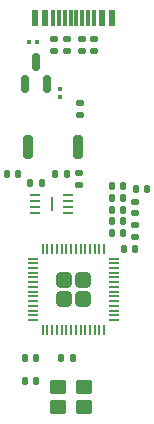
<source format=gbr>
%TF.GenerationSoftware,KiCad,Pcbnew,9.0.6*%
%TF.CreationDate,2026-01-06T13:19:56+05:30*%
%TF.ProjectId,Devboard,44657662-6f61-4726-942e-6b696361645f,rev?*%
%TF.SameCoordinates,Original*%
%TF.FileFunction,Paste,Top*%
%TF.FilePolarity,Positive*%
%FSLAX46Y46*%
G04 Gerber Fmt 4.6, Leading zero omitted, Abs format (unit mm)*
G04 Created by KiCad (PCBNEW 9.0.6) date 2026-01-06 13:19:56*
%MOMM*%
%LPD*%
G01*
G04 APERTURE LIST*
G04 Aperture macros list*
%AMRoundRect*
0 Rectangle with rounded corners*
0 $1 Rounding radius*
0 $2 $3 $4 $5 $6 $7 $8 $9 X,Y pos of 4 corners*
0 Add a 4 corners polygon primitive as box body*
4,1,4,$2,$3,$4,$5,$6,$7,$8,$9,$2,$3,0*
0 Add four circle primitives for the rounded corners*
1,1,$1+$1,$2,$3*
1,1,$1+$1,$4,$5*
1,1,$1+$1,$6,$7*
1,1,$1+$1,$8,$9*
0 Add four rect primitives between the rounded corners*
20,1,$1+$1,$2,$3,$4,$5,0*
20,1,$1+$1,$4,$5,$6,$7,0*
20,1,$1+$1,$6,$7,$8,$9,0*
20,1,$1+$1,$8,$9,$2,$3,0*%
G04 Aperture macros list end*
%ADD10RoundRect,0.135000X0.135000X0.185000X-0.135000X0.185000X-0.135000X-0.185000X0.135000X-0.185000X0*%
%ADD11RoundRect,0.079500X0.100500X-0.079500X0.100500X0.079500X-0.100500X0.079500X-0.100500X-0.079500X0*%
%ADD12RoundRect,0.150000X0.150000X-0.587500X0.150000X0.587500X-0.150000X0.587500X-0.150000X-0.587500X0*%
%ADD13RoundRect,0.140000X0.140000X0.170000X-0.140000X0.170000X-0.140000X-0.170000X0.140000X-0.170000X0*%
%ADD14RoundRect,0.140000X0.170000X-0.140000X0.170000X0.140000X-0.170000X0.140000X-0.170000X-0.140000X0*%
%ADD15RoundRect,0.140000X-0.140000X-0.170000X0.140000X-0.170000X0.140000X0.170000X-0.140000X0.170000X0*%
%ADD16RoundRect,0.135000X-0.185000X0.135000X-0.185000X-0.135000X0.185000X-0.135000X0.185000X0.135000X0*%
%ADD17RoundRect,0.135000X-0.135000X-0.185000X0.135000X-0.185000X0.135000X0.185000X-0.135000X0.185000X0*%
%ADD18RoundRect,0.079500X-0.079500X-0.100500X0.079500X-0.100500X0.079500X0.100500X-0.079500X0.100500X0*%
%ADD19RoundRect,0.040000X-0.040000X-0.605000X0.040000X-0.605000X0.040000X0.605000X-0.040000X0.605000X0*%
%ADD20RoundRect,0.062500X-0.387500X-0.062500X0.387500X-0.062500X0.387500X0.062500X-0.387500X0.062500X0*%
%ADD21R,0.600000X1.450000*%
%ADD22R,0.300000X1.450000*%
%ADD23RoundRect,0.200000X-0.200000X-0.800000X0.200000X-0.800000X0.200000X0.800000X-0.200000X0.800000X0*%
%ADD24RoundRect,0.250000X-0.450000X-0.350000X0.450000X-0.350000X0.450000X0.350000X-0.450000X0.350000X0*%
%ADD25RoundRect,0.249999X-0.395001X-0.395001X0.395001X-0.395001X0.395001X0.395001X-0.395001X0.395001X0*%
%ADD26RoundRect,0.050000X-0.387500X-0.050000X0.387500X-0.050000X0.387500X0.050000X-0.387500X0.050000X0*%
%ADD27RoundRect,0.050000X-0.050000X-0.387500X0.050000X-0.387500X0.050000X0.387500X-0.050000X0.387500X0*%
G04 APERTURE END LIST*
D10*
%TO.C,R6*%
X62590000Y-41250000D03*
X63610000Y-41250000D03*
%TD*%
D11*
%TO.C,C14*%
X65100000Y-33255000D03*
X65100000Y-33945000D03*
%TD*%
D12*
%TO.C,U4*%
X63100000Y-31000000D03*
X64050000Y-32875000D03*
X62150000Y-32875000D03*
%TD*%
D13*
%TO.C,C7*%
X70480000Y-42500000D03*
X69520000Y-42500000D03*
%TD*%
D14*
%TO.C,C8*%
X71500000Y-43780000D03*
X71500000Y-42820000D03*
%TD*%
D15*
%TO.C,C6*%
X72480000Y-41800000D03*
X71520000Y-41800000D03*
%TD*%
D14*
%TO.C,C9*%
X66700000Y-41380000D03*
X66700000Y-40420000D03*
%TD*%
D13*
%TO.C,C16*%
X63080000Y-56030000D03*
X62120000Y-56030000D03*
%TD*%
D14*
%TO.C,C5*%
X71500000Y-45800000D03*
X71500000Y-44840000D03*
%TD*%
D13*
%TO.C,C11*%
X70480000Y-41500000D03*
X69520000Y-41500000D03*
%TD*%
D16*
%TO.C,R1*%
X68000000Y-29090000D03*
X68000000Y-30110000D03*
%TD*%
%TO.C,R4*%
X67000000Y-29090000D03*
X67000000Y-30110000D03*
%TD*%
D15*
%TO.C,C3*%
X69500000Y-45500000D03*
X70460000Y-45500000D03*
%TD*%
D17*
%TO.C,R7*%
X64690000Y-40500000D03*
X65710000Y-40500000D03*
%TD*%
D18*
%TO.C,C13*%
X62455000Y-29300000D03*
X63145000Y-29300000D03*
%TD*%
D15*
%TO.C,C10*%
X70500000Y-46800000D03*
X71460000Y-46800000D03*
%TD*%
D19*
%TO.C,U3*%
X64400000Y-43000000D03*
D20*
X62975000Y-42250000D03*
X62975000Y-42750000D03*
X62975000Y-43250000D03*
X62975000Y-43750000D03*
X65825000Y-43750000D03*
X65825000Y-43250000D03*
X65825000Y-42750000D03*
X65825000Y-42250000D03*
%TD*%
D21*
%TO.C,J1*%
X69500000Y-27295000D03*
X68700000Y-27295000D03*
D22*
X67500000Y-27295000D03*
X66500000Y-27295000D03*
X66000000Y-27295000D03*
X65000000Y-27295000D03*
D21*
X63800000Y-27295000D03*
X63000000Y-27295000D03*
X63000000Y-27295000D03*
X63800000Y-27295000D03*
D22*
X64500000Y-27295000D03*
X65500000Y-27295000D03*
X67000000Y-27295000D03*
X68000000Y-27295000D03*
D21*
X68700000Y-27295000D03*
X69500000Y-27295000D03*
%TD*%
D15*
%TO.C,C1*%
X69520000Y-43500000D03*
X70480000Y-43500000D03*
%TD*%
D13*
%TO.C,C15*%
X63080000Y-58000000D03*
X62120000Y-58000000D03*
%TD*%
D23*
%TO.C,SW1*%
X62400000Y-38200000D03*
X66600000Y-38200000D03*
%TD*%
D16*
%TO.C,R2*%
X64600000Y-29090000D03*
X64600000Y-30110000D03*
%TD*%
%TO.C,R3*%
X65700000Y-29090000D03*
X65700000Y-30110000D03*
%TD*%
D14*
%TO.C,C4*%
X66800000Y-35460000D03*
X66800000Y-34500000D03*
%TD*%
D24*
%TO.C,Y1*%
X64900000Y-60200000D03*
X67100000Y-60200000D03*
X67100000Y-58500000D03*
X64900000Y-58500000D03*
%TD*%
D15*
%TO.C,C2*%
X69520000Y-44500000D03*
X70480000Y-44500000D03*
%TD*%
D25*
%TO.C,U1*%
X65450000Y-49450000D03*
X65450000Y-51050000D03*
X67050000Y-49450000D03*
X67050000Y-51050000D03*
D26*
X62812500Y-47650000D03*
X62812500Y-48050000D03*
X62812500Y-48450000D03*
X62812500Y-48850000D03*
X62812500Y-49250000D03*
X62812500Y-49650000D03*
X62812500Y-50050000D03*
X62812500Y-50450000D03*
X62812500Y-50850000D03*
X62812500Y-51250000D03*
X62812500Y-51650000D03*
X62812500Y-52050000D03*
X62812500Y-52450000D03*
X62812500Y-52850000D03*
D27*
X63650000Y-53687500D03*
X64050000Y-53687500D03*
X64450000Y-53687500D03*
X64850000Y-53687500D03*
X65250000Y-53687500D03*
X65650000Y-53687500D03*
X66050000Y-53687500D03*
X66450000Y-53687500D03*
X66850000Y-53687500D03*
X67250000Y-53687500D03*
X67650000Y-53687500D03*
X68050000Y-53687500D03*
X68450000Y-53687500D03*
X68850000Y-53687500D03*
D26*
X69687500Y-52850000D03*
X69687500Y-52450000D03*
X69687500Y-52050000D03*
X69687500Y-51650000D03*
X69687500Y-51250000D03*
X69687500Y-50850000D03*
X69687500Y-50450000D03*
X69687500Y-50050000D03*
X69687500Y-49650000D03*
X69687500Y-49250000D03*
X69687500Y-48850000D03*
X69687500Y-48450000D03*
X69687500Y-48050000D03*
X69687500Y-47650000D03*
D27*
X68850000Y-46812500D03*
X68450000Y-46812500D03*
X68050000Y-46812500D03*
X67650000Y-46812500D03*
X67250000Y-46812500D03*
X66850000Y-46812500D03*
X66450000Y-46812500D03*
X66050000Y-46812500D03*
X65650000Y-46812500D03*
X65250000Y-46812500D03*
X64850000Y-46812500D03*
X64450000Y-46812500D03*
X64050000Y-46812500D03*
X63650000Y-46812500D03*
%TD*%
D17*
%TO.C,R5*%
X65190000Y-56100000D03*
X66210000Y-56100000D03*
%TD*%
D15*
%TO.C,C17*%
X60620000Y-40500000D03*
X61580000Y-40500000D03*
%TD*%
M02*

</source>
